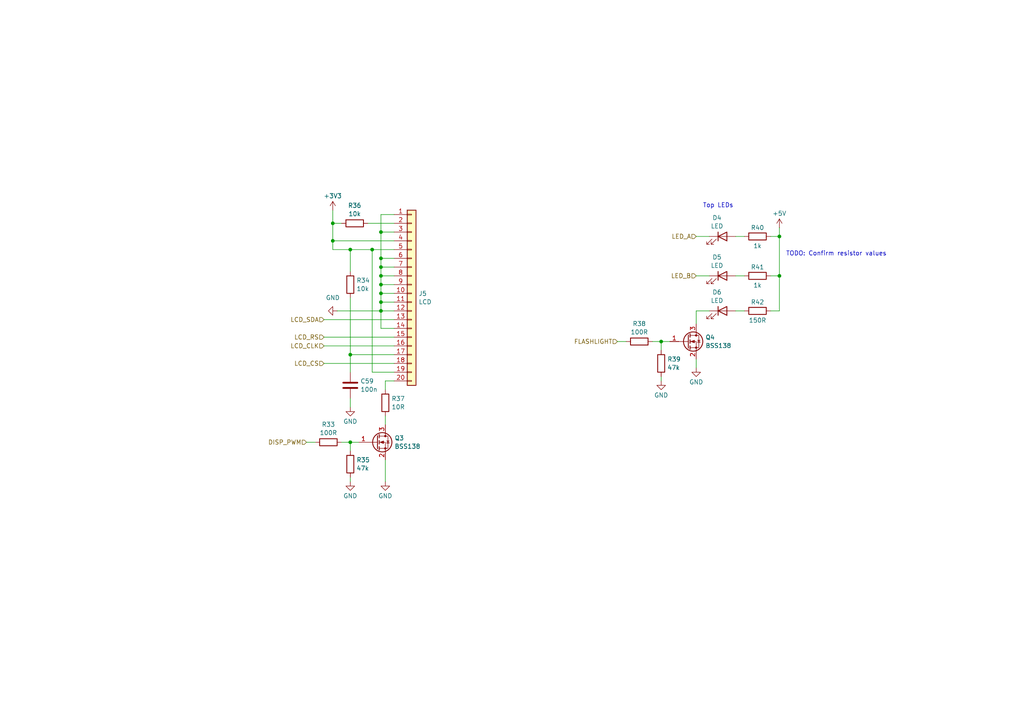
<source format=kicad_sch>
(kicad_sch (version 20250114) (generator "eeschema") (generator_version "9.0")
  (paper "A4")
  (title_block (title "LinHT - Linux-based SDR handheld transceiver") (date "21 July 2025") (rev "A") (company "M17 Foundation") (comment 1 "Author: Wojciech SP5WWP, Andy OE3ANC, Vlastimil OK5VAS"))
  (lib_symbols
    (symbol "Connector_Generic:Conn_01x20" (pin_names (offset 1.016) (hide yes))
      (property "Reference" "J" (at 0 25.4 0))
      (property "Value" "Conn_01x20" (at 0 -27.94 0))
      (symbol "Conn_01x20_1_1"
        (rectangle (start -1.27 24.13) (end 1.27 -26.67) (stroke (width 0.254)) (fill (type background)))
        (rectangle (start -1.27 22.987) (end 0 22.733) (stroke (width 0.1524)))
        (rectangle (start -1.27 20.447) (end 0 20.193) (stroke (width 0.1524)))
        (rectangle (start -1.27 17.907) (end 0 17.653) (stroke (width 0.1524)))
        (rectangle (start -1.27 15.367) (end 0 15.113) (stroke (width 0.1524)))
        (rectangle (start -1.27 12.827) (end 0 12.573) (stroke (width 0.1524)))
        (rectangle (start -1.27 10.287) (end 0 10.033) (stroke (width 0.1524)))
        (rectangle (start -1.27 7.747) (end 0 7.493) (stroke (width 0.1524)))
        (rectangle (start -1.27 5.207) (end 0 4.953) (stroke (width 0.1524)))
        (rectangle (start -1.27 2.667) (end 0 2.413) (stroke (width 0.1524)))
        (rectangle (start -1.27 0.127) (end 0 -0.127) (stroke (width 0.1524)))
        (rectangle (start -1.27 -2.413) (end 0 -2.667) (stroke (width 0.1524)))
        (rectangle (start -1.27 -4.953) (end 0 -5.207) (stroke (width 0.1524)))
        (rectangle (start -1.27 -7.493) (end 0 -7.747) (stroke (width 0.1524)))
        (rectangle (start -1.27 -10.033) (end 0 -10.287) (stroke (width 0.1524)))
        (rectangle (start -1.27 -12.573) (end 0 -12.827) (stroke (width 0.1524)))
        (rectangle (start -1.27 -15.113) (end 0 -15.367) (stroke (width 0.1524)))
        (rectangle (start -1.27 -17.653) (end 0 -17.907) (stroke (width 0.1524)))
        (rectangle (start -1.27 -20.193) (end 0 -20.447) (stroke (width 0.1524)))
        (rectangle (start -1.27 -22.733) (end 0 -22.987) (stroke (width 0.1524)))
        (rectangle (start -1.27 -25.273) (end 0 -25.527) (stroke (width 0.1524)))
        (pin passive line (at -5.08 22.86 0) (length 3.81) (name "Pin_1") (number "1"))
        (pin passive line (at -5.08 20.32 0) (length 3.81) (name "Pin_2") (number "2"))
        (pin passive line (at -5.08 17.78 0) (length 3.81) (name "Pin_3") (number "3"))
        (pin passive line (at -5.08 15.24 0) (length 3.81) (name "Pin_4") (number "4"))
        (pin passive line (at -5.08 12.7 0) (length 3.81) (name "Pin_5") (number "5"))
        (pin passive line (at -5.08 10.16 0) (length 3.81) (name "Pin_6") (number "6"))
        (pin passive line (at -5.08 7.62 0) (length 3.81) (name "Pin_7") (number "7"))
        (pin passive line (at -5.08 5.08 0) (length 3.81) (name "Pin_8") (number "8"))
        (pin passive line (at -5.08 2.54 0) (length 3.81) (name "Pin_9") (number "9"))
        (pin passive line (at -5.08 0 0) (length 3.81) (name "Pin_10") (number "10"))
        (pin passive line (at -5.08 -2.54 0) (length 3.81) (name "Pin_11") (number "11"))
        (pin passive line (at -5.08 -5.08 0) (length 3.81) (name "Pin_12") (number "12"))
        (pin passive line (at -5.08 -7.62 0) (length 3.81) (name "Pin_13") (number "13"))
        (pin passive line (at -5.08 -10.16 0) (length 3.81) (name "Pin_14") (number "14"))
        (pin passive line (at -5.08 -12.7 0) (length 3.81) (name "Pin_15") (number "15"))
        (pin passive line (at -5.08 -15.24 0) (length 3.81) (name "Pin_16") (number "16"))
        (pin passive line (at -5.08 -17.78 0) (length 3.81) (name "Pin_17") (number "17"))
        (pin passive line (at -5.08 -20.32 0) (length 3.81) (name "Pin_18") (number "18"))
        (pin passive line (at -5.08 -22.86 0) (length 3.81) (name "Pin_19") (number "19"))
        (pin passive line (at -5.08 -25.4 0) (length 3.81) (name "Pin_20") (number "20"))
      )
    )
    (symbol "Device:C" (pin_numbers (hide yes)) (pin_names (offset 0.254))
      (property "Reference" "C" (at 0.635 2.54 0))
      (property "Value" "C" (at 0.635 -2.54 0))
      (symbol "C_0_1"
        (polyline (pts (xy -2.032 0.762) (xy 2.032 0.762)) (stroke (width 0.508)))
        (polyline (pts (xy -2.032 -0.762) (xy 2.032 -0.762)) (stroke (width 0.508)))
      )
      (symbol "C_1_1"
        (pin passive line (at 0 3.81 270) (length 2.794) (name "~") (number "1"))
        (pin passive line (at 0 -3.81 90) (length 2.794) (name "~") (number "2"))
      )
    )
    (symbol "Device:LED" (pin_numbers (hide yes)) (pin_names (offset 1.016) (hide yes))
      (property "Reference" "D" (at 0 2.54 0))
      (property "Value" "LED" (at 0 -2.54 0))
      (symbol "LED_0_1"
        (polyline (pts (xy -3.048 -0.762) (xy -4.572 -2.286) (xy -3.81 -2.286) (xy -4.572 -2.286) (xy -4.572 -1.524)))
        (polyline (pts (xy -1.778 -0.762) (xy -3.302 -2.286) (xy -2.54 -2.286) (xy -3.302 -2.286) (xy -3.302 -1.524)))
        (polyline (pts (xy -1.27 0) (xy 1.27 0)))
        (polyline (pts (xy -1.27 -1.27) (xy -1.27 1.27)) (stroke (width 0.254)))
        (polyline (pts (xy 1.27 -1.27) (xy 1.27 1.27) (xy -1.27 0) (xy 1.27 -1.27)) (stroke (width 0.254)))
      )
      (symbol "LED_1_1"
        (pin passive line (at -3.81 0 0) (length 2.54) (name "K") (number "1"))
        (pin passive line (at 3.81 0 180) (length 2.54) (name "A") (number "2"))
      )
    )
    (symbol "Device:R" (pin_numbers (hide yes)) (pin_names (offset 0))
      (property "Reference" "R" (at 2.032 0 90))
      (property "Value" "R" (at 0 0 90))
      (symbol "R_0_1"
        (rectangle (start -1.016 -2.54) (end 1.016 2.54) (stroke (width 0.254)))
      )
      (symbol "R_1_1"
        (pin passive line (at 0 3.81 270) (length 1.27) (name "~") (number "1"))
        (pin passive line (at 0 -3.81 90) (length 1.27) (name "~") (number "2"))
      )
    )
    (symbol "Transistor_FET:BSS138" (pin_names (offset 0) (hide yes))
      (property "Reference" "Q" (at 5.08 1.905 0))
      (property "Value" "BSS138" (at 5.08 0 0))
      (symbol "BSS138_0_1"
        (polyline (pts (xy 0.254 1.905) (xy 0.254 -1.905)) (stroke (width 0.254)))
        (polyline (pts (xy 0.254 0) (xy -2.54 0)))
        (polyline (pts (xy 0.762 2.286) (xy 0.762 1.27)) (stroke (width 0.254)))
        (polyline (pts (xy 0.762 0.508) (xy 0.762 -0.508)) (stroke (width 0.254)))
        (polyline (pts (xy 0.762 -1.27) (xy 0.762 -2.286)) (stroke (width 0.254)))
        (polyline (pts (xy 0.762 -1.778) (xy 3.302 -1.778) (xy 3.302 1.778) (xy 0.762 1.778)))
        (polyline (pts (xy 1.016 0) (xy 2.032 0.381) (xy 2.032 -0.381) (xy 1.016 0)) (fill (type outline)))
        (circle (center 1.651 0) (radius 2.794) (stroke (width 0.254)))
        (polyline (pts (xy 2.54 2.54) (xy 2.54 1.778)))
        (circle (center 2.54 1.778) (radius 0.254) (fill (type outline)))
        (circle (center 2.54 -1.778) (radius 0.254) (fill (type outline)))
        (polyline (pts (xy 2.54 -2.54) (xy 2.54 0) (xy 0.762 0)))
        (polyline (pts (xy 2.921 0.381) (xy 3.683 0.381)))
        (polyline (pts (xy 3.302 0.381) (xy 2.921 -0.254) (xy 3.683 -0.254) (xy 3.302 0.381)))
      )
      (symbol "BSS138_1_1"
        (pin input line (at -5.08 0 0) (length 2.54) (name "G") (number "1"))
        (pin passive line (at 2.54 5.08 270) (length 2.54) (name "D") (number "3"))
        (pin passive line (at 2.54 -5.08 90) (length 2.54) (name "S") (number "2"))
      )
    )
    (symbol "power:+3V3" (power) (pin_numbers (hide yes)) (pin_names (offset 0) (hide yes))
      (property "Value" "+3V3" (at 0 3.556 0))
      (symbol "+3V3_0_1"
        (polyline (pts (xy -0.762 1.27) (xy 0 2.54)))
        (polyline (pts (xy 0 2.54) (xy 0.762 1.27)))
        (polyline (pts (xy 0 0) (xy 0 2.54)))
      )
      (symbol "+3V3_1_1"
        (pin power_in line (at 0 0 90) (length 0) (name "~") (number "1"))
      )
    )
    (symbol "power:+5V" (power) (pin_numbers (hide yes)) (pin_names (offset 0) (hide yes))
      (property "Value" "+5V" (at 0 3.556 0))
      (symbol "+5V_0_1"
        (polyline (pts (xy -0.762 1.27) (xy 0 2.54)))
        (polyline (pts (xy 0 2.54) (xy 0.762 1.27)))
        (polyline (pts (xy 0 0) (xy 0 2.54)))
      )
      (symbol "+5V_1_1"
        (pin power_in line (at 0 0 90) (length 0) (name "~") (number "1"))
      )
    )
    (symbol "power:GND" (power) (pin_numbers (hide yes)) (pin_names (offset 0) (hide yes))
      (property "Value" "GND" (at 0 -3.81 0))
      (symbol "GND_0_1"
        (polyline (pts (xy 0 0) (xy 0 -1.27) (xy 1.27 -1.27) (xy 0 -2.54) (xy -1.27 -1.27) (xy 0 -1.27)))
      )
      (symbol "GND_1_1"
        (pin power_in line (at 0 0 270) (length 0) (name "~") (number "1"))
      )
    )
  )
  (text "Top LEDs" (at 208.28 59.69 0) (effects (font (size 1.27 1.27))))
  (text "TODO: Confirm resistor values" (at 242.57 73.66 0) (effects (font (size 1.27 1.27))))
  (junction (at 110.49 90.17))
  (junction (at 96.52 69.85))
  (junction (at 101.6 72.39))
  (junction (at 110.49 67.31))
  (junction (at 110.49 74.93))
  (junction (at 110.49 77.47))
  (junction (at 226.06 68.58))
  (junction (at 110.49 80.01))
  (junction (at 107.95 72.39))
  (junction (at 191.77 99.06))
  (junction (at 101.6 102.87))
  (junction (at 110.49 82.55))
  (junction (at 96.52 64.77))
  (junction (at 110.49 85.09))
  (junction (at 226.06 80.01))
  (junction (at 110.49 87.63))
  (junction (at 101.6 128.27))
  (wire (pts (xy 114.3 102.87) (xy 101.6 102.87)))
  (wire (pts (xy 93.98 97.79) (xy 114.3 97.79)))
  (wire (pts (xy 110.49 80.01) (xy 114.3 80.01)))
  (wire (pts (xy 110.49 95.25) (xy 110.49 90.17)))
  (wire (pts (xy 114.3 69.85) (xy 96.52 69.85)))
  (wire (pts (xy 114.3 90.17) (xy 110.49 90.17)))
  (wire (pts (xy 189.23 99.06) (xy 191.77 99.06)))
  (wire (pts (xy 110.49 85.09) (xy 114.3 85.09)))
  (wire (pts (xy 201.93 104.14) (xy 201.93 106.68)))
  (wire (pts (xy 213.36 68.58) (xy 215.9 68.58)))
  (wire (pts (xy 110.49 87.63) (xy 110.49 90.17)))
  (wire (pts (xy 191.77 99.06) (xy 194.31 99.06)))
  (wire (pts (xy 107.95 107.95) (xy 107.95 72.39)))
  (wire (pts (xy 110.49 77.47) (xy 114.3 77.47)))
  (wire (pts (xy 110.49 77.47) (xy 110.49 80.01)))
  (wire (pts (xy 93.98 105.41) (xy 114.3 105.41)))
  (wire (pts (xy 201.93 80.01) (xy 205.74 80.01)))
  (wire (pts (xy 201.93 68.58) (xy 205.74 68.58)))
  (wire (pts (xy 110.49 87.63) (xy 114.3 87.63)))
  (wire (pts (xy 110.49 67.31) (xy 114.3 67.31)))
  (wire (pts (xy 101.6 72.39) (xy 96.52 72.39)))
  (wire (pts (xy 223.52 68.58) (xy 226.06 68.58)))
  (wire (pts (xy 110.49 80.01) (xy 110.49 82.55)))
  (wire (pts (xy 110.49 62.23) (xy 114.3 62.23)))
  (wire (pts (xy 205.74 90.17) (xy 201.93 90.17)))
  (wire (pts (xy 101.6 72.39) (xy 101.6 78.74)))
  (wire (pts (xy 99.06 128.27) (xy 101.6 128.27)))
  (wire (pts (xy 201.93 90.17) (xy 201.93 93.98)))
  (wire (pts (xy 191.77 110.49) (xy 191.77 109.22)))
  (wire (pts (xy 223.52 90.17) (xy 226.06 90.17)))
  (wire (pts (xy 101.6 115.57) (xy 101.6 118.11)))
  (wire (pts (xy 101.6 128.27) (xy 104.14 128.27)))
  (wire (pts (xy 110.49 82.55) (xy 110.49 85.09)))
  (wire (pts (xy 179.07 99.06) (xy 181.61 99.06)))
  (wire (pts (xy 107.95 72.39) (xy 101.6 72.39)))
  (wire (pts (xy 96.52 60.96) (xy 96.52 64.77)))
  (wire (pts (xy 96.52 64.77) (xy 99.06 64.77)))
  (wire (pts (xy 226.06 80.01) (xy 226.06 68.58)))
  (wire (pts (xy 110.49 74.93) (xy 110.49 77.47)))
  (wire (pts (xy 101.6 102.87) (xy 101.6 86.36)))
  (wire (pts (xy 93.98 92.71) (xy 114.3 92.71)))
  (wire (pts (xy 110.49 74.93) (xy 114.3 74.93)))
  (wire (pts (xy 114.3 95.25) (xy 110.49 95.25)))
  (wire (pts (xy 226.06 90.17) (xy 226.06 80.01)))
  (wire (pts (xy 97.79 90.17) (xy 110.49 90.17)))
  (wire (pts (xy 110.49 85.09) (xy 110.49 87.63)))
  (wire (pts (xy 110.49 67.31) (xy 110.49 74.93)))
  (wire (pts (xy 111.76 133.35) (xy 111.76 139.7)))
  (wire (pts (xy 111.76 110.49) (xy 111.76 113.03)))
  (wire (pts (xy 93.98 100.33) (xy 114.3 100.33)))
  (wire (pts (xy 213.36 90.17) (xy 215.9 90.17)))
  (wire (pts (xy 88.9 128.27) (xy 91.44 128.27)))
  (wire (pts (xy 101.6 102.87) (xy 101.6 107.95)))
  (wire (pts (xy 191.77 99.06) (xy 191.77 101.6)))
  (wire (pts (xy 226.06 68.58) (xy 226.06 66.04)))
  (wire (pts (xy 114.3 72.39) (xy 107.95 72.39)))
  (wire (pts (xy 110.49 82.55) (xy 114.3 82.55)))
  (wire (pts (xy 114.3 107.95) (xy 107.95 107.95)))
  (wire (pts (xy 101.6 139.7) (xy 101.6 138.43)))
  (wire (pts (xy 110.49 62.23) (xy 110.49 67.31)))
  (wire (pts (xy 111.76 120.65) (xy 111.76 123.19)))
  (wire (pts (xy 213.36 80.01) (xy 215.9 80.01)))
  (wire (pts (xy 114.3 110.49) (xy 111.76 110.49)))
  (wire (pts (xy 223.52 80.01) (xy 226.06 80.01)))
  (wire (pts (xy 96.52 69.85) (xy 96.52 64.77)))
  (wire (pts (xy 101.6 128.27) (xy 101.6 130.81)))
  (wire (pts (xy 106.68 64.77) (xy 114.3 64.77)))
  (wire (pts (xy 96.52 72.39) (xy 96.52 69.85)))
  (hierarchical_label "LCD_CS" (shape input) (at 93.98 105.41 180))
  (hierarchical_label "LED_B" (shape input) (at 201.93 80.01 180))
  (hierarchical_label "LCD_CLK" (shape input) (at 93.98 100.33 180))
  (hierarchical_label "DISP_PWM" (shape input) (at 88.9 128.27 180))
  (hierarchical_label "LED_A" (shape input) (at 201.93 68.58 180))
  (hierarchical_label "FLASHLIGHT" (shape input) (at 179.07 99.06 180))
  (hierarchical_label "LCD_SDA" (shape input) (at 93.98 92.71 180))
  (hierarchical_label "LCD_RS" (shape input) (at 93.98 97.79 180))
  (symbol (lib_id "Device:R") (at 219.71 68.58 90) (mirror x) (unit 1)
    (property "Reference" "R40" (at 219.71 66.04 90))
    (property "Value" "1k" (at 219.71 71.3162 90))
    (property "Footprint" "Resistor_SMD:R_0402_1005Metric" (effects (hide yes)))
    (property "Description" "Resistor" (effects (hide yes)))
  )
  (symbol (lib_id "power:GND") (at 201.93 106.68 0) (unit 1)
    (property "Reference" "#PWR088" (effects (hide yes)))
    (property "Value" "GND" (at 201.93 110.8131 0))
    (property "Description" "Power symbol creates a global label with name \"GND\" , ground" (effects (hide yes)))
  )
  (symbol (lib_id "Device:R") (at 101.6 82.55 180) (unit 1)
    (property "Reference" "R34" (at 103.378 81.3378 0) (effects (justify right)))
    (property "Value" "10k" (at 103.378 83.7621 0) (effects (justify right)))
    (property "Footprint" "Resistor_SMD:R_0402_1005Metric" (effects (hide yes)))
    (property "Description" "Resistor" (effects (hide yes)))
  )
  (symbol (lib_id "power:GND") (at 101.6 139.7 0) (unit 1)
    (property "Reference" "#PWR084" (effects (hide yes)))
    (property "Value" "GND" (at 101.6 143.8331 0))
    (property "Description" "Power symbol creates a global label with name \"GND\" , ground" (effects (hide yes)))
  )
  (symbol (lib_id "power:GND") (at 101.6 118.11 0) (unit 1)
    (property "Reference" "#PWR083" (effects (hide yes)))
    (property "Value" "GND" (at 101.6 122.2431 0))
    (property "Description" "Power symbol creates a global label with name \"GND\" , ground" (effects (hide yes)))
  )
  (symbol (lib_id "Transistor_FET:BSS138") (at 109.22 128.27 0) (unit 1)
    (property "Reference" "Q3" (at 114.427 127.0578 0) (effects (justify left)))
    (property "Value" "BSS138" (at 114.427 129.4821 0) (effects (justify left)))
    (property "Footprint" "Package_TO_SOT_SMD:SOT-23" (effects (hide yes)))
    (property "Datasheet" "https://www.onsemi.com/pub/Collateral/BSS138-D.PDF" (effects (hide yes)))
    (property "Description" "50V Vds, 0.22A Id, N-Channel MOSFET, SOT-23" (effects (hide yes)))
  )
  (symbol (lib_id "Device:LED") (at 209.55 90.17 0) (unit 1)
    (property "Reference" "D6" (at 207.9625 84.7555 0))
    (property "Value" "LED" (at 207.9625 87.1798 0))
    (property "Footprint" "LED_THT:LED_Rectangular_W3.0mm_H2.0mm" (effects (hide yes)))
    (property "Description" "Light emitting diode" (effects (hide yes)))
    (property "Sim.Pins" "1=K 2=A" (effects (hide yes)))
  )
  (symbol (lib_id "Connector_Generic:Conn_01x20") (at 119.38 85.09 0) (unit 1)
    (property "Reference" "J5" (at 121.412 85.1478 0) (effects (justify left)))
    (property "Value" "LCD" (at 121.412 87.5721 0) (effects (justify left)))
    (property "Footprint" "parts:Connector_FFC_01x20_P0.75mm" (effects (hide yes)))
    (property "Description" "Generic connector, single row, 01x20, script generated (kicad-library-utils/schlib/autogen/connector/)" (effects (hide yes)))
  )
  (symbol (lib_id "Device:R") (at 101.6 134.62 0) (unit 1)
    (property "Reference" "R35" (at 103.378 133.4078 0) (effects (justify left)))
    (property "Value" "47k" (at 103.378 135.8321 0) (effects (justify left)))
    (property "Footprint" "Resistor_SMD:R_0402_1005Metric" (effects (hide yes)))
    (property "Description" "Resistor" (effects (hide yes)))
  )
  (symbol (lib_id "Device:C") (at 101.6 111.76 0) (unit 1)
    (property "Reference" "C59" (at 104.521 110.5478 0) (effects (justify left)))
    (property "Value" "100n" (at 104.521 112.9721 0) (effects (justify left)))
    (property "Footprint" "Capacitor_SMD:C_0402_1005Metric" (effects (hide yes)))
    (property "Description" "Unpolarized capacitor" (effects (hide yes)))
  )
  (symbol (lib_id "power:GND") (at 111.76 139.7 0) (unit 1)
    (property "Reference" "#PWR086" (effects (hide yes)))
    (property "Value" "GND" (at 111.76 143.8331 0))
    (property "Description" "Power symbol creates a global label with name \"GND\" , ground" (effects (hide yes)))
  )
  (symbol (lib_id "Device:R") (at 185.42 99.06 90) (unit 1)
    (property "Reference" "R38" (at 185.42 93.8995 90))
    (property "Value" "100R" (at 185.42 96.3238 90))
    (property "Footprint" "Resistor_SMD:R_0402_1005Metric" (effects (hide yes)))
    (property "Description" "Resistor" (effects (hide yes)))
  )
  (symbol (lib_id "Transistor_FET:BSS138") (at 199.39 99.06 0) (unit 1)
    (property "Reference" "Q4" (at 204.597 97.8478 0) (effects (justify left)))
    (property "Value" "BSS138" (at 204.597 100.2721 0) (effects (justify left)))
    (property "Footprint" "Package_TO_SOT_SMD:SOT-23" (effects (hide yes)))
    (property "Datasheet" "https://www.onsemi.com/pub/Collateral/BSS138-D.PDF" (effects (hide yes)))
    (property "Description" "50V Vds, 0.22A Id, N-Channel MOSFET, SOT-23" (effects (hide yes)))
  )
  (symbol (lib_id "Device:R") (at 111.76 116.84 180) (unit 1)
    (property "Reference" "R37" (at 113.538 115.6278 0) (effects (justify right)))
    (property "Value" "10R" (at 113.538 118.0521 0) (effects (justify right)))
    (property "Footprint" "Resistor_SMD:R_0402_1005Metric" (effects (hide yes)))
    (property "Description" "Resistor" (effects (hide yes)))
  )
  (symbol (lib_id "Device:LED") (at 209.55 68.58 0) (unit 1)
    (property "Reference" "D4" (at 207.9625 63.1655 0))
    (property "Value" "LED" (at 207.9625 65.5898 0))
    (property "Footprint" "LED_SMD:LED_0402_1005Metric" (effects (hide yes)))
    (property "Description" "Light emitting diode" (effects (hide yes)))
    (property "Sim.Pins" "1=K 2=A" (effects (hide yes)))
  )
  (symbol (lib_id "power:+3V3") (at 96.52 60.96 0) (unit 1)
    (property "Reference" "#PWR082" (effects (hide yes)))
    (property "Value" "+3V3" (at 96.52 56.8269 0))
    (property "Description" "Power symbol creates a global label with name \"+3V3\"" (effects (hide yes)))
  )
  (symbol (lib_id "Device:LED") (at 209.55 80.01 0) (unit 1)
    (property "Reference" "D5" (at 207.9625 74.5955 0))
    (property "Value" "LED" (at 207.9625 77.0198 0))
    (property "Footprint" "LED_SMD:LED_0402_1005Metric" (effects (hide yes)))
    (property "Description" "Light emitting diode" (effects (hide yes)))
    (property "Sim.Pins" "1=K 2=A" (effects (hide yes)))
  )
  (symbol (lib_id "power:GND") (at 191.77 110.49 0) (unit 1)
    (property "Reference" "#PWR087" (effects (hide yes)))
    (property "Value" "GND" (at 191.77 114.6231 0))
    (property "Description" "Power symbol creates a global label with name \"GND\" , ground" (effects (hide yes)))
  )
  (symbol (lib_id "power:GND") (at 97.79 90.17 270) (unit 1)
    (property "Reference" "#PWR085" (effects (hide yes)))
    (property "Value" "GND" (at 96.52 86.36 90))
    (property "Description" "Power symbol creates a global label with name \"GND\" , ground" (effects (hide yes)))
  )
  (symbol (lib_id "Device:R") (at 191.77 105.41 0) (unit 1)
    (property "Reference" "R39" (at 193.548 104.1978 0) (effects (justify left)))
    (property "Value" "47k" (at 193.548 106.6221 0) (effects (justify left)))
    (property "Footprint" "Resistor_SMD:R_0402_1005Metric" (effects (hide yes)))
    (property "Description" "Resistor" (effects (hide yes)))
  )
  (symbol (lib_id "Device:R") (at 219.71 90.17 90) (mirror x) (unit 1)
    (property "Reference" "R42" (at 219.71 87.63 90))
    (property "Value" "150R" (at 219.71 92.9062 90))
    (property "Footprint" "Resistor_SMD:R_0402_1005Metric" (effects (hide yes)))
    (property "Description" "Resistor" (effects (hide yes)))
  )
  (symbol (lib_id "Device:R") (at 219.71 80.01 90) (mirror x) (unit 1)
    (property "Reference" "R41" (at 219.71 77.47 90))
    (property "Value" "1k" (at 219.71 82.7462 90))
    (property "Footprint" "Resistor_SMD:R_0402_1005Metric" (effects (hide yes)))
    (property "Description" "Resistor" (effects (hide yes)))
  )
  (symbol (lib_id "Device:R") (at 102.87 64.77 90) (unit 1)
    (property "Reference" "R36" (at 102.87 59.6095 90))
    (property "Value" "10k" (at 102.87 62.0338 90))
    (property "Footprint" "Resistor_SMD:R_0402_1005Metric" (effects (hide yes)))
    (property "Description" "Resistor" (effects (hide yes)))
  )
  (symbol (lib_id "Device:R") (at 95.25 128.27 90) (unit 1)
    (property "Reference" "R33" (at 95.25 123.1095 90))
    (property "Value" "100R" (at 95.25 125.5338 90))
    (property "Footprint" "Resistor_SMD:R_0402_1005Metric" (effects (hide yes)))
    (property "Description" "Resistor" (effects (hide yes)))
  )
  (symbol (lib_id "power:+5V") (at 226.06 66.04 0) (unit 1)
    (property "Reference" "#PWR089" (effects (hide yes)))
    (property "Value" "+5V" (at 226.06 61.9069 0))
    (property "Description" "Power symbol creates a global label with name \"+5V\"" (effects (hide yes)))
  )
)
</source>
